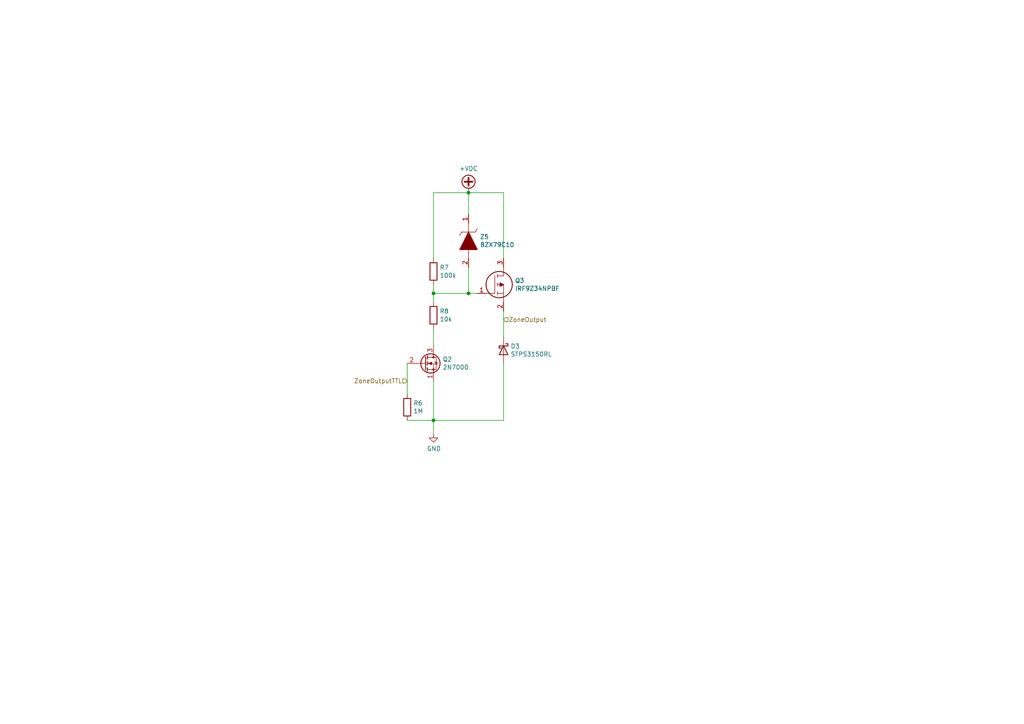
<source format=kicad_sch>
(kicad_sch (version 20231120) (generator "eeschema") (generator_version "8.0")
  (paper "A4")
  (lib_symbols
    (symbol "Device:D_Schottky" (pin_numbers hide) (pin_names (offset 1.016) hide)
      (property "Reference" "D" (at 0 2.54 0))
      (property "Value" "D_Schottky" (at 0 -2.54 0))
      (symbol "D_Schottky_0_1"
        (polyline (pts (xy 1.27 0) (xy -1.27 0)))
        (polyline (pts (xy 1.27 1.27) (xy 1.27 -1.27) (xy -1.27 0) (xy 1.27 1.27)) (stroke (width 0.254)))
        (polyline (pts (xy -1.905 0.635) (xy -1.905 1.27) (xy -1.27 1.27) (xy -1.27 -1.27) (xy -0.635 -1.27) (xy -0.635 -0.635)) (stroke (width 0.254)))
      )
      (symbol "D_Schottky_1_1"
        (pin passive line (at -3.81 0 0) (length 2.54) (name "K") (number "1"))
        (pin passive line (at 3.81 0 180) (length 2.54) (name "A") (number "2"))
      )
    )
    (symbol "Device:R" (pin_numbers hide) (pin_names (offset 0))
      (property "Reference" "R" (at 2.032 0 90))
      (property "Value" "R" (at 0 0 90))
      (symbol "R_0_1"
        (rectangle (start -1.016 -2.54) (end 1.016 2.54) (stroke (width 0.254)))
      )
      (symbol "R_1_1"
        (pin passive line (at 0 3.81 270) (length 1.27) (name "~") (number "1"))
        (pin passive line (at 0 -3.81 90) (length 1.27) (name "~") (number "2"))
      )
    )
    (symbol "SamacSys_Parts:BZX79C10" (pin_names (offset 0.762))
      (property "Reference" "Z" (at 10.16 8.89 0))
      (property "Value" "SamacSys_Parts_BZX79C10" (at 10.16 6.35 0))
      (symbol "BZX79C10_0_0"
        (pin passive line (at 0 0 0) (length 2.54) (name "~") (number "1"))
        (pin passive line (at 15.24 0 180) (length 2.54) (name "~") (number "2"))
      )
      (symbol "BZX79C10_0_1"
        (polyline (pts (xy 2.54 0) (xy 5.08 0)) (stroke (width 0.1524)))
        (polyline (pts (xy 4.064 -2.54) (xy 5.08 -2.032)) (stroke (width 0.1524)))
        (polyline (pts (xy 5.08 2.032) (xy 5.08 -2.032)) (stroke (width 0.1524)))
        (polyline (pts (xy 5.08 2.032) (xy 6.096 2.54)) (stroke (width 0.1524)))
        (polyline (pts (xy 12.7 0) (xy 10.16 0)) (stroke (width 0.1524)))
        (polyline (pts (xy 5.08 0) (xy 10.16 2.54) (xy 10.16 -2.54) (xy 5.08 0)) (stroke (width 0.254)) (fill (type outline)))
      )
    )
    (symbol "SamacSys_Parts:IRF9Z34NPBF" (pin_names (offset 0.762))
      (property "Reference" "Q" (at 11.43 3.81 0))
      (property "Value" "SamacSys_Parts_IRF9Z34NPBF" (at 11.43 1.27 0))
      (symbol "IRF9Z34NPBF_0_0"
        (pin passive line (at 0 0 0) (length 2.54) (name "~") (number "1"))
        (pin passive line (at 7.62 -5.08 90) (length 2.54) (name "~") (number "2"))
        (pin passive line (at 7.62 10.16 270) (length 2.54) (name "~") (number "3"))
      )
      (symbol "IRF9Z34NPBF_0_1"
        (polyline (pts (xy 5.842 -0.508) (xy 5.842 0.508)) (stroke (width 0.1524)))
        (polyline (pts (xy 5.842 0) (xy 7.62 0)) (stroke (width 0.1524)))
        (polyline (pts (xy 5.842 2.032) (xy 5.842 3.048)) (stroke (width 0.1524)))
        (polyline (pts (xy 5.842 5.588) (xy 5.842 4.572)) (stroke (width 0.1524)))
        (polyline (pts (xy 7.62 2.54) (xy 5.842 2.54)) (stroke (width 0.1524)))
        (polyline (pts (xy 7.62 2.54) (xy 7.62 -2.54)) (stroke (width 0.1524)))
        (polyline (pts (xy 7.62 5.08) (xy 5.842 5.08)) (stroke (width 0.1524)))
        (polyline (pts (xy 7.62 5.08) (xy 7.62 7.62)) (stroke (width 0.1524)))
        (polyline (pts (xy 2.54 0) (xy 5.08 0) (xy 5.08 5.08)) (stroke (width 0.1524)))
        (polyline (pts (xy 7.62 2.54) (xy 6.604 3.048) (xy 6.604 2.032) (xy 7.62 2.54)) (stroke (width 0.254)) (fill (type outline)))
        (circle (center 6.35 2.54) (radius 3.81) (stroke (width 0.254)))
      )
    )
    (symbol "Transistor_FET:2N7000" (pin_names hide)
      (property "Reference" "Q" (at 5.08 1.905 0))
      (property "Value" "2N7000" (at 5.08 0 0))
      (symbol "2N7000_0_1"
        (polyline (pts (xy 0.254 0) (xy -2.54 0)))
        (polyline (pts (xy 0.254 1.905) (xy 0.254 -1.905)) (stroke (width 0.254)))
        (polyline (pts (xy 0.762 -1.27) (xy 0.762 -2.286)) (stroke (width 0.254)))
        (polyline (pts (xy 0.762 0.508) (xy 0.762 -0.508)) (stroke (width 0.254)))
        (polyline (pts (xy 0.762 2.286) (xy 0.762 1.27)) (stroke (width 0.254)))
        (polyline (pts (xy 2.54 2.54) (xy 2.54 1.778)))
        (polyline (pts (xy 2.54 -2.54) (xy 2.54 0) (xy 0.762 0)))
        (polyline (pts (xy 0.762 -1.778) (xy 3.302 -1.778) (xy 3.302 1.778) (xy 0.762 1.778)))
        (polyline (pts (xy 1.016 0) (xy 2.032 0.381) (xy 2.032 -0.381) (xy 1.016 0)) (fill (type outline)))
        (polyline (pts (xy 2.794 0.508) (xy 2.921 0.381) (xy 3.683 0.381) (xy 3.81 0.254)))
        (polyline (pts (xy 3.302 0.381) (xy 2.921 -0.254) (xy 3.683 -0.254) (xy 3.302 0.381)))
        (circle (center 1.651 0) (radius 2.794) (stroke (width 0.254)))
        (circle (center 2.54 -1.778) (radius 0.254) (fill (type outline)))
        (circle (center 2.54 1.778) (radius 0.254) (fill (type outline)))
      )
      (symbol "2N7000_1_1"
        (pin passive line (at 2.54 -5.08 90) (length 2.54) (name "S") (number "1"))
        (pin input line (at -5.08 0 0) (length 2.54) (name "G") (number "2"))
        (pin passive line (at 2.54 5.08 270) (length 2.54) (name "D") (number "3"))
      )
    )
    (symbol "power:+VDC" (power) (pin_names (offset 0))
      (property "Value" "+VDC" (at 0 6.35 0))
      (symbol "+VDC_0_1"
        (polyline (pts (xy -1.143 3.175) (xy 1.143 3.175)) (stroke (width 0.508)))
        (polyline (pts (xy 0 0) (xy 0 1.27)))
        (polyline (pts (xy 0 2.032) (xy 0 4.318)) (stroke (width 0.508)))
        (circle (center 0 3.175) (radius 1.905) (stroke (width 0.254)))
      )
      (symbol "+VDC_1_1"
        (pin power_in line (at 0 0 90) (length 0) hide (name "+VDC") (number "1"))
      )
    )
    (symbol "power:GND" (power) (pin_names (offset 0))
      (property "Value" "GND" (at 0 -3.81 0))
      (symbol "GND_0_1"
        (polyline (pts (xy 0 0) (xy 0 -1.27) (xy 1.27 -1.27) (xy 0 -2.54) (xy -1.27 -1.27) (xy 0 -1.27)))
      )
      (symbol "GND_1_1"
        (pin power_in line (at 0 0 270) (length 0) hide (name "GND") (number "1"))
      )
    )
  )
  (junction (at 125.73 85.09))
  (junction (at 135.89 85.09))
  (junction (at 125.73 121.92))
  (junction (at 135.89 55.88))
  (wire (pts (xy 146.05 55.88) (xy 135.89 55.88)))
  (wire (pts (xy 125.73 85.09) (xy 135.89 85.09)))
  (wire (pts (xy 125.73 55.88) (xy 125.73 74.93)))
  (wire (pts (xy 135.89 77.47) (xy 135.89 85.09)))
  (wire (pts (xy 125.73 85.09) (xy 125.73 82.55)))
  (wire (pts (xy 125.73 125.73) (xy 125.73 121.92)))
  (wire (pts (xy 118.11 114.3) (xy 118.11 105.41)))
  (wire (pts (xy 135.89 85.09) (xy 138.43 85.09)))
  (wire (pts (xy 125.73 95.25) (xy 125.73 100.33)))
  (wire (pts (xy 146.05 74.93) (xy 146.05 55.88)))
  (wire (pts (xy 125.73 87.63) (xy 125.73 85.09)))
  (wire (pts (xy 146.05 105.41) (xy 146.05 121.92)))
  (wire (pts (xy 135.89 55.88) (xy 125.73 55.88)))
  (wire (pts (xy 135.89 62.23) (xy 135.89 55.88)))
  (wire (pts (xy 146.05 121.92) (xy 125.73 121.92)))
  (wire (pts (xy 125.73 110.49) (xy 125.73 121.92)))
  (wire (pts (xy 118.11 121.92) (xy 125.73 121.92)))
  (wire (pts (xy 146.05 90.17) (xy 146.05 97.79)))
  (hierarchical_label "ZoneOutput" (shape input) (at 146.05 92.71 0))
  (hierarchical_label "ZoneOutputTTL" (shape input) (at 118.11 110.49 180))
  (symbol (lib_id "Transistor_FET:2N7000") (at 123.19 105.41 0) (unit 1)
    (property "Reference" "Q2" (at 128.3716 104.2416 0) (effects (justify left)))
    (property "Value" "2N7000" (at 128.3716 106.553 0) (effects (justify left)))
    (property "Footprint" "Package_TO_SOT_THT:TO-92_Inline" (effects (hide yes)))
    (property "Datasheet" "https://www.onsemi.com/pub/Collateral/NDS7002A-D.PDF" (effects (hide yes)))
    (instances (project "MakeItRain" (path "" (reference "Q2") (unit 1)) (path "" (reference "Q5") (unit 1)) (path "" (reference "Q8") (unit 1)) (path "" (reference "Q11") (unit 1))))
  )
  (symbol (lib_id "Device:R") (at 118.11 118.11 0) (unit 1)
    (property "Reference" "R6" (at 119.888 116.9416 0) (effects (justify left)))
    (property "Value" "1M" (at 119.888 119.253 0) (effects (justify left)))
    (property "Footprint" "Resistor_THT:R_Axial_DIN0207_L6.3mm_D2.5mm_P2.54mm_Vertical" (effects (hide yes)))
    (instances (project "MakeItRain" (path "" (reference "R6") (unit 1)) (path "" (reference "R10") (unit 1)) (path "" (reference "R14") (unit 1)) (path "" (reference "R18") (unit 1))))
  )
  (symbol (lib_id "power:GND") (at 125.73 125.73 0) (unit 1)
    (property "Reference" "#PWR023" (effects (hide yes)))
    (property "Value" "GND" (at 125.857 130.1242 0))
    (instances (project "MakeItRain" (path "" (reference "#PWR023") (unit 1)) (path "" (reference "#PWR026") (unit 1)) (path "" (reference "#PWR029") (unit 1)) (path "" (reference "#PWR032") (unit 1))))
  )
  (symbol (lib_id "Device:R") (at 125.73 91.44 0) (unit 1)
    (property "Reference" "R8" (at 127.508 90.2716 0) (effects (justify left)))
    (property "Value" "10k" (at 127.508 92.583 0) (effects (justify left)))
    (property "Footprint" "Resistor_THT:R_Axial_DIN0207_L6.3mm_D2.5mm_P2.54mm_Vertical" (effects (hide yes)))
    (instances (project "MakeItRain" (path "" (reference "R8") (unit 1)) (path "" (reference "R12") (unit 1)) (path "" (reference "R16") (unit 1)) (path "" (reference "R20") (unit 1))))
  )
  (symbol (lib_id "Device:R") (at 125.73 78.74 0) (unit 1)
    (property "Reference" "R7" (at 127.508 77.5716 0) (effects (justify left)))
    (property "Value" "100k" (at 127.508 79.883 0) (effects (justify left)))
    (property "Footprint" "Resistor_THT:R_Axial_DIN0207_L6.3mm_D2.5mm_P2.54mm_Vertical" (effects (hide yes)))
    (instances (project "MakeItRain" (path "" (reference "R7") (unit 1)) (path "" (reference "R11") (unit 1)) (path "" (reference "R15") (unit 1)) (path "" (reference "R19") (unit 1))))
  )
  (symbol (lib_id "SamacSys_Parts:IRF9Z34NPBF") (at 138.43 85.09 0) (unit 1)
    (property "Reference" "Q3" (at 149.352 81.3816 0) (effects (justify left)))
    (property "Value" "IRF9Z34NPBF" (at 149.352 83.693 0) (effects (justify left)))
    (property "Footprint" "SamacSys_Parts:TO254P469X1042X1967-3P" (effects (hide yes)))
    (property "Datasheet" "https://www.infineon.com/dgdl/irf9z34npbf.pdf?fileId=5546d462533600a40153561220af1ddd" (effects (hide yes)))
    (property "Description" "MOSFET MOSFT PCh -55V -17A 100mOhm 23.3nC" (effects (hide yes)))
    (property "Height" "4.69" (effects (hide yes)))
    (property "Mouser Part Number" "942-IRF9Z34NPBF" (effects (hide yes)))
    (property "Mouser Price/Stock" "https://www.mouser.co.uk/ProductDetail/Infineon-IR/IRF9Z34NPBF?qs=9%252BKlkBgLFf16a%2FvlD%252BMCtQ%3D%3D" (effects (hide yes)))
    (property "Manufacturer_Name" "Infineon" (effects (hide yes)))
    (property "Manufacturer_Part_Number" "IRF9Z34NPBF" (effects (hide yes)))
    (instances (project "MakeItRain" (path "" (reference "Q3") (unit 1)) (path "" (reference "Q6") (unit 1)) (path "" (reference "Q9") (unit 1)) (path "" (reference "Q12") (unit 1))))
  )
  (symbol (lib_id "power:+VDC") (at 135.89 55.88 0) (unit 1)
    (property "Reference" "#PWR024" (effects (hide yes)))
    (property "Value" "+VDC" (at 135.89 48.895 0))
    (instances (project "MakeItRain" (path "" (reference "#PWR024") (unit 1)) (path "" (reference "#PWR027") (unit 1)) (path "" (reference "#PWR030") (unit 1)) (path "" (reference "#PWR033") (unit 1))))
  )
  (symbol (lib_id "Device:D_Schottky") (at 146.05 101.6 270) (unit 1)
    (property "Reference" "D3" (at 148.082 100.4316 90) (effects (justify left)))
    (property "Value" "STPS3150RL" (at 148.082 102.743 90) (effects (justify left)))
    (property "Footprint" "Diode_THT:D_DO-201_P15.24mm_Horizontal" (effects (hide yes)))
    (instances (project "MakeItRain" (path "" (reference "D3") (unit 1)) (path "" (reference "D5") (unit 1)) (path "" (reference "D9") (unit 1)) (path "" (reference "D7") (unit 1))))
  )
  (symbol (lib_id "SamacSys_Parts:BZX79C10") (at 135.89 62.23 90) (mirror x) (unit 1)
    (property "Reference" "Z5" (at 139.192 68.6816 90) (effects (justify right)))
    (property "Value" "BZX79C10" (at 139.192 70.993 90) (effects (justify right)))
    (property "Footprint" "DIOAD1068W53L380D172" (effects (hide yes)))
    (property "Datasheet" "https://www.fairchildsemi.com/datasheets/BZ/BZX79C10.pdf" (effects (hide yes)))
    (property "Description" "BZX79C10, Zener Diode, 10V +/-5 500 mW 0.2A, 2-Pin DO-35" (effects (hide yes)))
    (property "Mouser Part Number" "512-BZX79C10" (effects (hide yes)))
    (property "Mouser Price/Stock" "https://www.mouser.co.uk/ProductDetail/ON-Semiconductor-Fairchild/BZX79C10?qs=FITO%2F%2FQgYDkGEXVpK3DyhQ%3D%3D" (effects (hide yes)))
    (property "Manufacturer_Name" "ON Semiconductor" (effects (hide yes)))
    (property "Manufacturer_Part_Number" "BZX79C10" (effects (hide yes)))
    (instances (project "MakeItRain" (path "" (reference "Z5") (unit 1)) (path "" (reference "Z6") (unit 1)) (path "" (reference "Z7") (unit 1)) (path "" (reference "Z8") (unit 1))))
  )
)
</source>
